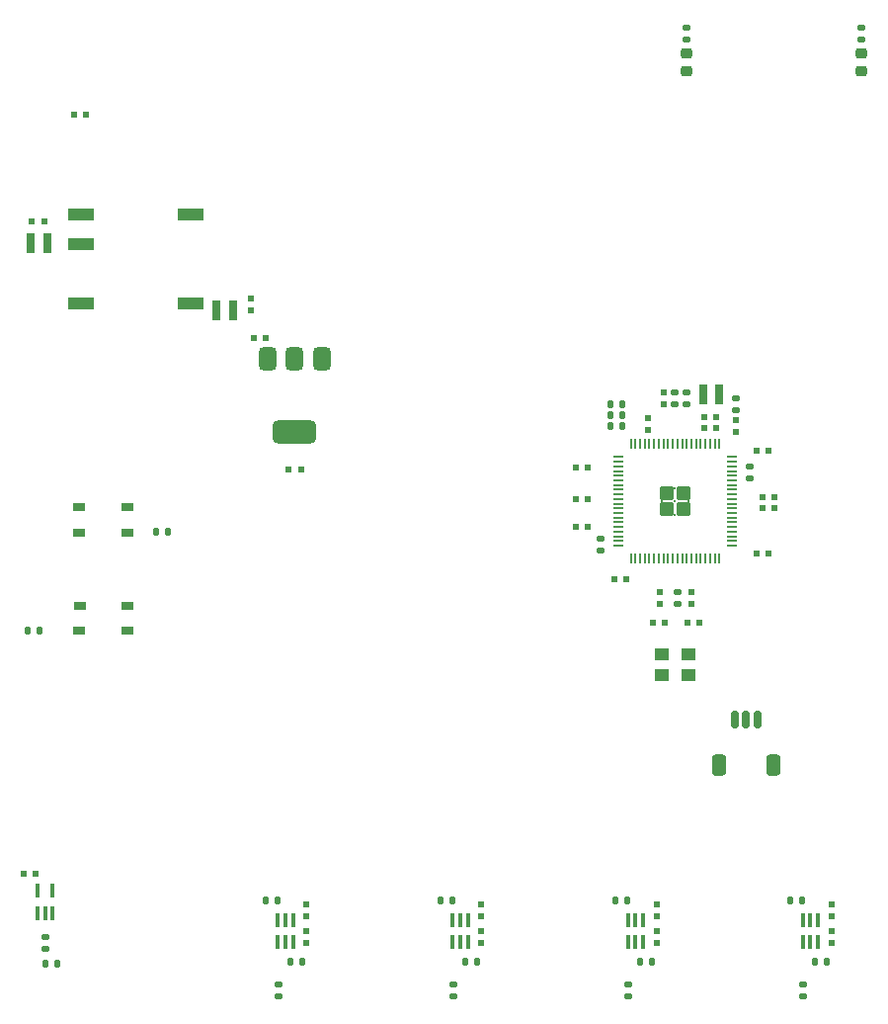
<source format=gbr>
%TF.GenerationSoftware,KiCad,Pcbnew,9.0.1*%
%TF.CreationDate,2025-12-29T16:32:10-06:00*%
%TF.ProjectId,opensync_prototype,6f70656e-7379-46e6-935f-70726f746f74,0.1*%
%TF.SameCoordinates,Original*%
%TF.FileFunction,Paste,Top*%
%TF.FilePolarity,Positive*%
%FSLAX46Y46*%
G04 Gerber Fmt 4.6, Leading zero omitted, Abs format (unit mm)*
G04 Created by KiCad (PCBNEW 9.0.1) date 2025-12-29 16:32:10*
%MOMM*%
%LPD*%
G01*
G04 APERTURE LIST*
G04 Aperture macros list*
%AMRoundRect*
0 Rectangle with rounded corners*
0 $1 Rounding radius*
0 $2 $3 $4 $5 $6 $7 $8 $9 X,Y pos of 4 corners*
0 Add a 4 corners polygon primitive as box body*
4,1,4,$2,$3,$4,$5,$6,$7,$8,$9,$2,$3,0*
0 Add four circle primitives for the rounded corners*
1,1,$1+$1,$2,$3*
1,1,$1+$1,$4,$5*
1,1,$1+$1,$6,$7*
1,1,$1+$1,$8,$9*
0 Add four rect primitives between the rounded corners*
20,1,$1+$1,$2,$3,$4,$5,0*
20,1,$1+$1,$4,$5,$6,$7,0*
20,1,$1+$1,$6,$7,$8,$9,0*
20,1,$1+$1,$8,$9,$2,$3,0*%
G04 Aperture macros list end*
%ADD10RoundRect,0.218750X-0.256250X0.218750X-0.256250X-0.218750X0.256250X-0.218750X0.256250X0.218750X0*%
%ADD11RoundRect,0.135000X0.135000X0.185000X-0.135000X0.185000X-0.135000X-0.185000X0.135000X-0.185000X0*%
%ADD12R,0.470000X0.530000*%
%ADD13R,0.530000X0.470000*%
%ADD14RoundRect,0.135000X-0.185000X0.135000X-0.185000X-0.135000X0.185000X-0.135000X0.185000X0.135000X0*%
%ADD15RoundRect,0.150000X-0.150000X-0.625000X0.150000X-0.625000X0.150000X0.625000X-0.150000X0.625000X0*%
%ADD16RoundRect,0.250000X-0.350000X-0.650000X0.350000X-0.650000X0.350000X0.650000X-0.350000X0.650000X0*%
%ADD17RoundRect,0.050000X-0.150000X0.545000X-0.150000X-0.545000X0.150000X-0.545000X0.150000X0.545000X0*%
%ADD18R,0.700000X1.700000*%
%ADD19RoundRect,0.135000X-0.135000X-0.185000X0.135000X-0.185000X0.135000X0.185000X-0.135000X0.185000X0*%
%ADD20R,1.050000X0.650000*%
%ADD21RoundRect,0.050000X0.150000X-0.545000X0.150000X0.545000X-0.150000X0.545000X-0.150000X-0.545000X0*%
%ADD22RoundRect,0.135000X0.185000X-0.135000X0.185000X0.135000X-0.185000X0.135000X-0.185000X-0.135000X0*%
%ADD23R,2.300000X1.000000*%
%ADD24RoundRect,0.250000X-0.350000X-0.350000X0.350000X-0.350000X0.350000X0.350000X-0.350000X0.350000X0*%
%ADD25RoundRect,0.055000X0.335000X-0.055000X0.335000X0.055000X-0.335000X0.055000X-0.335000X-0.055000X0*%
%ADD26RoundRect,0.055000X-0.055000X-0.335000X0.055000X-0.335000X0.055000X0.335000X-0.055000X0.335000X0*%
%ADD27R,0.133333X0.133333*%
%ADD28R,1.300000X1.050000*%
%ADD29RoundRect,0.375000X-0.375000X0.625000X-0.375000X-0.625000X0.375000X-0.625000X0.375000X0.625000X0*%
%ADD30RoundRect,0.500000X-1.400000X0.500000X-1.400000X-0.500000X1.400000X-0.500000X1.400000X0.500000X0*%
G04 APERTURE END LIST*
D10*
%TO.C,D1*%
X147000000Y-56212500D03*
X147000000Y-57787500D03*
%TD*%
D11*
%TO.C,R32*%
X129010000Y-134000000D03*
X127990000Y-134000000D03*
%TD*%
%TO.C,R17*%
X96910000Y-128800000D03*
X95890000Y-128800000D03*
%TD*%
D12*
%TO.C,C23*%
X76215000Y-126500000D03*
X75185000Y-126500000D03*
%TD*%
D13*
%TO.C,C22*%
X94600000Y-78215000D03*
X94600000Y-77185000D03*
%TD*%
D11*
%TO.C,R30*%
X114010000Y-134000000D03*
X112990000Y-134000000D03*
%TD*%
D13*
%TO.C,C5*%
X136200000Y-87600000D03*
X136200000Y-88630000D03*
%TD*%
D11*
%TO.C,R18*%
X111910000Y-128800000D03*
X110890000Y-128800000D03*
%TD*%
D14*
%TO.C,R14*%
X132000000Y-53990000D03*
X132000000Y-55010000D03*
%TD*%
D12*
%TO.C,C4*%
X133485000Y-87350000D03*
X134515000Y-87350000D03*
%TD*%
D15*
%TO.C,J12*%
X136100000Y-113300000D03*
X137100000Y-113300000D03*
X138100000Y-113300000D03*
D16*
X134800000Y-117175000D03*
X139400000Y-117175000D03*
%TD*%
D12*
%TO.C,C3*%
X133115000Y-105020000D03*
X132085000Y-105020000D03*
%TD*%
D17*
%TO.C,U6*%
X113250000Y-130440000D03*
X112600000Y-130440000D03*
X111950000Y-130440000D03*
X111950000Y-132360000D03*
X112600000Y-132360000D03*
X113250000Y-132360000D03*
%TD*%
D12*
%TO.C,C18*%
X80515000Y-61500000D03*
X79485000Y-61500000D03*
%TD*%
D13*
%TO.C,C10*%
X129700000Y-102385000D03*
X129700000Y-103415000D03*
%TD*%
D12*
%TO.C,C2*%
X129085000Y-105020000D03*
X130115000Y-105020000D03*
%TD*%
D13*
%TO.C,C29*%
X144400000Y-130115000D03*
X144400000Y-129085000D03*
%TD*%
D14*
%TO.C,R8*%
X137400000Y-91590000D03*
X137400000Y-92610000D03*
%TD*%
D18*
%TO.C,L1*%
X133410000Y-85450000D03*
X134810000Y-85450000D03*
%TD*%
D11*
%TO.C,R28*%
X99010000Y-134000000D03*
X97990000Y-134000000D03*
%TD*%
D17*
%TO.C,U8*%
X143250000Y-130440000D03*
X142600000Y-130440000D03*
X141950000Y-130440000D03*
X141950000Y-132360000D03*
X142600000Y-132360000D03*
X143250000Y-132360000D03*
%TD*%
D19*
%TO.C,R10*%
X125490000Y-87200000D03*
X126510000Y-87200000D03*
%TD*%
D12*
%TO.C,C19*%
X95915000Y-80600000D03*
X94885000Y-80600000D03*
%TD*%
D19*
%TO.C,R6*%
X125490000Y-88150000D03*
X126510000Y-88150000D03*
%TD*%
D14*
%TO.C,R9*%
X147000000Y-53990000D03*
X147000000Y-55010000D03*
%TD*%
%TO.C,R12*%
X132000000Y-85290000D03*
X132000000Y-86310000D03*
%TD*%
D11*
%TO.C,R34*%
X144010000Y-134000000D03*
X142990000Y-134000000D03*
%TD*%
D12*
%TO.C,C6*%
X123515000Y-94400000D03*
X122485000Y-94400000D03*
%TD*%
D20*
%TO.C,SW2*%
X84100000Y-105700000D03*
X79950000Y-105700000D03*
X84100000Y-103550000D03*
X79975000Y-103550000D03*
%TD*%
D12*
%TO.C,C1*%
X133485000Y-88300000D03*
X134515000Y-88300000D03*
%TD*%
D11*
%TO.C,R19*%
X126910000Y-128800000D03*
X125890000Y-128800000D03*
%TD*%
D14*
%TO.C,R35*%
X142000000Y-135990000D03*
X142000000Y-137010000D03*
%TD*%
D11*
%TO.C,R3*%
X76510000Y-105700000D03*
X75490000Y-105700000D03*
%TD*%
D12*
%TO.C,C16*%
X138485000Y-95200000D03*
X139515000Y-95200000D03*
%TD*%
D18*
%TO.C,L3*%
X91700000Y-78200000D03*
X93100000Y-78200000D03*
%TD*%
D14*
%TO.C,R11*%
X131000000Y-85290000D03*
X131000000Y-86310000D03*
%TD*%
D18*
%TO.C,L2*%
X75800000Y-72500000D03*
X77200000Y-72500000D03*
%TD*%
D14*
%TO.C,R29*%
X97000000Y-135990000D03*
X97000000Y-137010000D03*
%TD*%
%TO.C,R31*%
X112000000Y-135990000D03*
X112000000Y-137010000D03*
%TD*%
%TO.C,R33*%
X127000000Y-135990000D03*
X127000000Y-137010000D03*
%TD*%
D11*
%TO.C,R4*%
X87510000Y-97200000D03*
X86490000Y-97200000D03*
%TD*%
D19*
%TO.C,R27*%
X76990000Y-134200000D03*
X78010000Y-134200000D03*
%TD*%
D17*
%TO.C,U5*%
X98250000Y-130440000D03*
X97600000Y-130440000D03*
X96950000Y-130440000D03*
X96950000Y-132360000D03*
X97600000Y-132360000D03*
X98250000Y-132360000D03*
%TD*%
D13*
%TO.C,C25*%
X129400000Y-130115000D03*
X129400000Y-129085000D03*
%TD*%
D17*
%TO.C,U7*%
X128250000Y-130440000D03*
X127600000Y-130440000D03*
X126950000Y-130440000D03*
X126950000Y-132360000D03*
X127600000Y-132360000D03*
X128250000Y-132360000D03*
%TD*%
D12*
%TO.C,C12*%
X123515000Y-91700000D03*
X122485000Y-91700000D03*
%TD*%
D11*
%TO.C,R20*%
X141910000Y-128800000D03*
X140890000Y-128800000D03*
%TD*%
D12*
%TO.C,C13*%
X123515000Y-96800000D03*
X122485000Y-96800000D03*
%TD*%
D10*
%TO.C,D2*%
X132000000Y-56212500D03*
X132000000Y-57787500D03*
%TD*%
D21*
%TO.C,U4*%
X76350000Y-129860000D03*
X77000000Y-129860000D03*
X77650000Y-129860000D03*
X77650000Y-127940000D03*
X76350000Y-127940000D03*
%TD*%
D13*
%TO.C,C26*%
X99400000Y-132415000D03*
X99400000Y-131385000D03*
%TD*%
D19*
%TO.C,R5*%
X125490000Y-86250000D03*
X126510000Y-86250000D03*
%TD*%
D14*
%TO.C,R1*%
X136200000Y-85740000D03*
X136200000Y-86760000D03*
%TD*%
D13*
%TO.C,C9*%
X130000000Y-86315000D03*
X130000000Y-85285000D03*
%TD*%
%TO.C,C28*%
X114400000Y-130115000D03*
X114400000Y-129085000D03*
%TD*%
D12*
%TO.C,C15*%
X137985000Y-99100000D03*
X139015000Y-99100000D03*
%TD*%
D13*
%TO.C,C31*%
X144400000Y-132415000D03*
X144400000Y-131385000D03*
%TD*%
%TO.C,C27*%
X129400000Y-132415000D03*
X129400000Y-131385000D03*
%TD*%
D12*
%TO.C,C20*%
X76915000Y-70600000D03*
X75885000Y-70600000D03*
%TD*%
%TO.C,C8*%
X138485000Y-94200000D03*
X139515000Y-94200000D03*
%TD*%
D13*
%TO.C,C7*%
X132400000Y-102385000D03*
X132400000Y-103415000D03*
%TD*%
D22*
%TO.C,R13*%
X77000000Y-132910000D03*
X77000000Y-131890000D03*
%TD*%
D20*
%TO.C,SW1*%
X79925000Y-95125000D03*
X84075000Y-95125000D03*
X79925000Y-97275000D03*
X84050000Y-97275000D03*
%TD*%
D23*
%TO.C,U3*%
X80100000Y-70020000D03*
X80100000Y-72560000D03*
X80100000Y-77640000D03*
X89500000Y-77640000D03*
X89500000Y-70020000D03*
%TD*%
D13*
%TO.C,C11*%
X128650000Y-88465000D03*
X128650000Y-87435000D03*
%TD*%
%TO.C,C24*%
X99400000Y-130115000D03*
X99400000Y-129085000D03*
%TD*%
D22*
%TO.C,R2*%
X131200000Y-103410000D03*
X131200000Y-102390000D03*
%TD*%
D24*
%TO.C,U2*%
X130300000Y-93900000D03*
X130300000Y-95300000D03*
X131700000Y-93900000D03*
X131700000Y-95300000D03*
D25*
X126103500Y-90800000D03*
X126103500Y-91200000D03*
X126103500Y-91600000D03*
X126103500Y-92000000D03*
X126103500Y-92400000D03*
X126103500Y-92800000D03*
X126103500Y-93200000D03*
X126103500Y-93600000D03*
X126103500Y-94000000D03*
X126103500Y-94400000D03*
X126103500Y-94800000D03*
X126103500Y-95200000D03*
X126103500Y-95600000D03*
X126103500Y-96000000D03*
X126103500Y-96400000D03*
X126103500Y-96800000D03*
X126103500Y-97200000D03*
X126103500Y-97600000D03*
X126103500Y-98000000D03*
X126103500Y-98400000D03*
D26*
X127200000Y-99496500D03*
X127600000Y-99496500D03*
X128000000Y-99496500D03*
X128400000Y-99496500D03*
X128800000Y-99496500D03*
X129200000Y-99496500D03*
X129600000Y-99496500D03*
X130000000Y-99496500D03*
X130400000Y-99496500D03*
X130800000Y-99496500D03*
X131200000Y-99496500D03*
X131600000Y-99496500D03*
X132000000Y-99496500D03*
X132400000Y-99496500D03*
X132800000Y-99496500D03*
X133200000Y-99496500D03*
X133600000Y-99496500D03*
X134000000Y-99496500D03*
X134400000Y-99496500D03*
X134800000Y-99496500D03*
D25*
X135896500Y-98400000D03*
X135896500Y-98000000D03*
X135896500Y-97600000D03*
X135896500Y-97200000D03*
X135896500Y-96800000D03*
X135896500Y-96400000D03*
X135896500Y-96000000D03*
X135896500Y-95600000D03*
X135896500Y-95200000D03*
X135896500Y-94800000D03*
X135896500Y-94400000D03*
X135896500Y-94000000D03*
X135896500Y-93600000D03*
X135896500Y-93200000D03*
X135896500Y-92800000D03*
X135896500Y-92400000D03*
X135896500Y-92000000D03*
X135896500Y-91600000D03*
X135896500Y-91200000D03*
X135896500Y-90800000D03*
D26*
X134800000Y-89703500D03*
X134400000Y-89703500D03*
X134000000Y-89703500D03*
X133600000Y-89703500D03*
X133200000Y-89703500D03*
X132800000Y-89703500D03*
X132400000Y-89703500D03*
X132000000Y-89703500D03*
X131600000Y-89703500D03*
X131200000Y-89703500D03*
X130800000Y-89703500D03*
X130400000Y-89703500D03*
X130000000Y-89703500D03*
X129600000Y-89703500D03*
X129200000Y-89703500D03*
X128800000Y-89703500D03*
X128400000Y-89703500D03*
X128000000Y-89703500D03*
X127600000Y-89703500D03*
X127200000Y-89703500D03*
D27*
X129866667Y-93466667D03*
X129866667Y-94600000D03*
X129866667Y-95733333D03*
X131000000Y-93466667D03*
X131000000Y-94600000D03*
X131000000Y-95733333D03*
X132133333Y-93466667D03*
X132133333Y-94600000D03*
X132133333Y-95733333D03*
%TD*%
D28*
%TO.C,Y1*%
X129850000Y-109475000D03*
X132150000Y-109475000D03*
X132150000Y-107725000D03*
X129850000Y-107725000D03*
%TD*%
D12*
%TO.C,C17*%
X126815000Y-101300000D03*
X125785000Y-101300000D03*
%TD*%
D13*
%TO.C,C30*%
X114400000Y-132415000D03*
X114400000Y-131385000D03*
%TD*%
D29*
%TO.C,U1*%
X100700000Y-82350000D03*
X98400000Y-82350000D03*
D30*
X98400000Y-88650000D03*
D29*
X96100000Y-82350000D03*
%TD*%
D12*
%TO.C,C14*%
X137985000Y-90300000D03*
X139015000Y-90300000D03*
%TD*%
%TO.C,C21*%
X97887500Y-91900000D03*
X98917500Y-91900000D03*
%TD*%
D14*
%TO.C,R7*%
X124600000Y-97790000D03*
X124600000Y-98810000D03*
%TD*%
M02*

</source>
